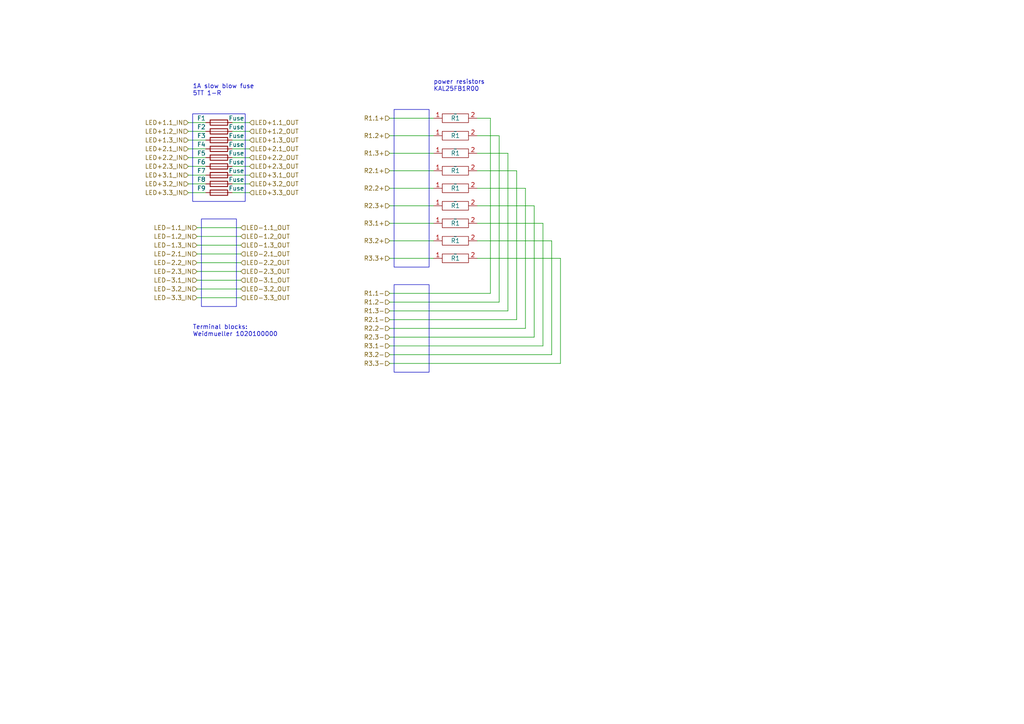
<source format=kicad_sch>
(kicad_sch (version 20230121) (generator eeschema)

  (uuid d73a5aa4-518f-4e36-896a-fc42f88fed77)

  (paper "A4")

  (title_block
    (title "LED Driver Box")
    (date "2023-07-19")
    (company "SBC")
    (comment 1 "Zhiheng Sheng")
  )

  (lib_symbols
    (symbol "Device:Fuse" (pin_numbers hide) (pin_names (offset 0)) (in_bom yes) (on_board yes)
      (property "Reference" "F" (at 2.032 0 90)
        (effects (font (size 1.27 1.27)))
      )
      (property "Value" "Fuse" (at -1.905 0 90)
        (effects (font (size 1.27 1.27)))
      )
      (property "Footprint" "" (at -1.778 0 90)
        (effects (font (size 1.27 1.27)) hide)
      )
      (property "Datasheet" "~" (at 0 0 0)
        (effects (font (size 1.27 1.27)) hide)
      )
      (property "ki_keywords" "fuse" (at 0 0 0)
        (effects (font (size 1.27 1.27)) hide)
      )
      (property "ki_description" "Fuse" (at 0 0 0)
        (effects (font (size 1.27 1.27)) hide)
      )
      (property "ki_fp_filters" "*Fuse*" (at 0 0 0)
        (effects (font (size 1.27 1.27)) hide)
      )
      (symbol "Fuse_0_1"
        (rectangle (start -0.762 -2.54) (end 0.762 2.54)
          (stroke (width 0.254) (type default))
          (fill (type none))
        )
        (polyline
          (pts
            (xy 0 2.54)
            (xy 0 -2.54)
          )
          (stroke (width 0) (type default))
          (fill (type none))
        )
      )
      (symbol "Fuse_1_1"
        (pin passive line (at 0 3.81 270) (length 1.27)
          (name "~" (effects (font (size 1.27 1.27))))
          (number "1" (effects (font (size 1.27 1.27))))
        )
        (pin passive line (at 0 -3.81 90) (length 1.27)
          (name "~" (effects (font (size 1.27 1.27))))
          (number "2" (effects (font (size 1.27 1.27))))
        )
      )
    )
    (symbol "led_driver:Sense_R" (in_bom yes) (on_board yes)
      (property "Reference" "R" (at 0 2.54 0)
        (effects (font (size 1.27 1.27)))
      )
      (property "Value" "" (at 0 1.27 0)
        (effects (font (size 1.27 1.27)))
      )
      (property "Footprint" "" (at 0 1.27 0)
        (effects (font (size 1.27 1.27)) hide)
      )
      (property "Datasheet" "" (at 0 1.27 0)
        (effects (font (size 1.27 1.27)) hide)
      )
      (symbol "Sense_R_0_1"
        (rectangle (start -3.81 1.27) (end 3.81 -1.27)
          (stroke (width 0) (type default))
          (fill (type none))
        )
      )
      (symbol "Sense_R_1_1"
        (pin passive line (at -6.35 0 0) (length 2.54)
          (name "" (effects (font (size 1.27 1.27))))
          (number "1" (effects (font (size 1.27 1.27))))
        )
        (pin passive line (at 6.35 0 180) (length 2.54)
          (name "" (effects (font (size 1.27 1.27))))
          (number "2" (effects (font (size 1.27 1.27))))
        )
      )
    )
  )


  (wire (pts (xy 67.31 45.72) (xy 72.39 45.72))
    (stroke (width 0) (type default))
    (uuid 001f3319-209f-4416-a6a8-bbf618fe48c7)
  )
  (wire (pts (xy 113.03 90.17) (xy 147.32 90.17))
    (stroke (width 0) (type default))
    (uuid 015b9bac-ec39-48f1-a727-aa4881cc9c83)
  )
  (wire (pts (xy 54.61 53.34) (xy 59.69 53.34))
    (stroke (width 0) (type default))
    (uuid 01a6931d-6bce-498c-a19d-bc4d077e2b63)
  )
  (wire (pts (xy 138.43 74.93) (xy 162.56 74.93))
    (stroke (width 0) (type default))
    (uuid 1166b837-64e3-41b3-ab53-47c209b668a3)
  )
  (wire (pts (xy 57.15 81.28) (xy 69.85 81.28))
    (stroke (width 0) (type default))
    (uuid 1be775b2-4725-4e10-b25c-86bcc8789f79)
  )
  (wire (pts (xy 54.61 48.26) (xy 59.69 48.26))
    (stroke (width 0) (type default))
    (uuid 1dff12be-15d0-4c27-8543-0b2ad32a0153)
  )
  (wire (pts (xy 113.03 64.77) (xy 125.73 64.77))
    (stroke (width 0) (type default))
    (uuid 207a7adc-92ae-4720-9be5-5f153df1ddae)
  )
  (wire (pts (xy 144.78 39.37) (xy 144.78 87.63))
    (stroke (width 0) (type default))
    (uuid 24f628ee-cdcc-4e50-ac9e-1115d60b5f12)
  )
  (wire (pts (xy 57.15 73.66) (xy 69.85 73.66))
    (stroke (width 0) (type default))
    (uuid 2727868f-272d-4596-866e-9d24cd32a067)
  )
  (wire (pts (xy 113.03 54.61) (xy 125.73 54.61))
    (stroke (width 0) (type default))
    (uuid 2e3ecf87-a5a0-45a4-b506-adc9ab5792c8)
  )
  (wire (pts (xy 113.03 39.37) (xy 125.73 39.37))
    (stroke (width 0) (type default))
    (uuid 307568be-2181-49a5-b6de-6e713ae95cb8)
  )
  (wire (pts (xy 113.03 100.33) (xy 157.48 100.33))
    (stroke (width 0) (type default))
    (uuid 31dcb251-7b3b-437c-8189-33bbfaf3fc33)
  )
  (wire (pts (xy 157.48 64.77) (xy 157.48 100.33))
    (stroke (width 0) (type default))
    (uuid 3685e2f7-bb04-49d2-9e42-dd8ab448c0e5)
  )
  (wire (pts (xy 57.15 66.04) (xy 69.85 66.04))
    (stroke (width 0) (type default))
    (uuid 37b65b5e-b031-4569-b1bc-aeaa45faf3bf)
  )
  (wire (pts (xy 67.31 35.56) (xy 72.39 35.56))
    (stroke (width 0) (type default))
    (uuid 3d8ef3c0-9198-4d8f-917b-2d99370a28c9)
  )
  (wire (pts (xy 67.31 38.1) (xy 72.39 38.1))
    (stroke (width 0) (type default))
    (uuid 4354df81-7254-435e-b42a-aef8617daea8)
  )
  (wire (pts (xy 113.03 85.09) (xy 142.24 85.09))
    (stroke (width 0) (type default))
    (uuid 43882c50-7b15-4837-9c51-1128174322ab)
  )
  (wire (pts (xy 138.43 39.37) (xy 144.78 39.37))
    (stroke (width 0) (type default))
    (uuid 4b5b1727-5b8a-4d47-b4f4-6f4429ff8a0a)
  )
  (wire (pts (xy 149.86 92.71) (xy 113.03 92.71))
    (stroke (width 0) (type default))
    (uuid 4cd1e62d-3c9c-420b-97c7-b7d4ec97c475)
  )
  (wire (pts (xy 67.31 50.8) (xy 72.39 50.8))
    (stroke (width 0) (type default))
    (uuid 5439b0d8-1631-4c41-956f-36d203d0ad6b)
  )
  (wire (pts (xy 54.61 55.88) (xy 59.69 55.88))
    (stroke (width 0) (type default))
    (uuid 54a17370-93f8-44af-bbb3-7fbe8823c778)
  )
  (wire (pts (xy 138.43 49.53) (xy 149.86 49.53))
    (stroke (width 0) (type default))
    (uuid 5d42dc3e-fdd6-454d-999a-26a77c4fab16)
  )
  (wire (pts (xy 113.03 95.25) (xy 152.4 95.25))
    (stroke (width 0) (type default))
    (uuid 5e6bcb10-5acd-4fc8-ada2-48b8eaad2ff0)
  )
  (wire (pts (xy 152.4 54.61) (xy 152.4 95.25))
    (stroke (width 0) (type default))
    (uuid 62acf291-7746-40cf-a459-c49c10948350)
  )
  (wire (pts (xy 57.15 86.36) (xy 69.85 86.36))
    (stroke (width 0) (type default))
    (uuid 6519b811-8fcc-4276-af03-d0db917ace3c)
  )
  (wire (pts (xy 154.94 59.69) (xy 154.94 97.79))
    (stroke (width 0) (type default))
    (uuid 69afd7ec-bdc1-4024-8708-7babe4deca52)
  )
  (wire (pts (xy 138.43 44.45) (xy 147.32 44.45))
    (stroke (width 0) (type default))
    (uuid 6b9ba9f7-2ea0-43ad-b40b-836a08239e03)
  )
  (wire (pts (xy 54.61 40.64) (xy 59.69 40.64))
    (stroke (width 0) (type default))
    (uuid 74e5728a-44ae-4db1-bf17-7c2385788080)
  )
  (wire (pts (xy 154.94 97.79) (xy 113.03 97.79))
    (stroke (width 0) (type default))
    (uuid 77dd2376-8282-455b-bb21-06a2b88c1795)
  )
  (wire (pts (xy 57.15 83.82) (xy 69.85 83.82))
    (stroke (width 0) (type default))
    (uuid 78f902c3-224f-4b36-8fd9-dad296480171)
  )
  (wire (pts (xy 138.43 54.61) (xy 152.4 54.61))
    (stroke (width 0) (type default))
    (uuid 797afd16-928b-4b32-bc52-3fee80cf76f4)
  )
  (wire (pts (xy 113.03 59.69) (xy 125.73 59.69))
    (stroke (width 0) (type default))
    (uuid 7cd692df-8c5c-4871-b362-f8e1519e2b8b)
  )
  (wire (pts (xy 113.03 34.29) (xy 125.73 34.29))
    (stroke (width 0) (type default))
    (uuid 7d6ce984-9e1b-4414-ab51-a9c7b1f9cd34)
  )
  (wire (pts (xy 67.31 40.64) (xy 72.39 40.64))
    (stroke (width 0) (type default))
    (uuid 7e533cdf-81ee-4a52-8cd7-25d7a14ac518)
  )
  (wire (pts (xy 113.03 105.41) (xy 162.56 105.41))
    (stroke (width 0) (type default))
    (uuid 811f9336-8751-4324-8d53-0808c2a22b1b)
  )
  (wire (pts (xy 54.61 45.72) (xy 59.69 45.72))
    (stroke (width 0) (type default))
    (uuid 8552a0f3-1545-4cd4-9547-df4d0731529a)
  )
  (wire (pts (xy 57.15 76.2) (xy 69.85 76.2))
    (stroke (width 0) (type default))
    (uuid 89e679bc-c9b3-4188-b2e6-01daf279ae65)
  )
  (wire (pts (xy 138.43 59.69) (xy 154.94 59.69))
    (stroke (width 0) (type default))
    (uuid 901472e0-5aef-4bcf-8b3c-7c4aa88ba44b)
  )
  (wire (pts (xy 160.02 69.85) (xy 160.02 102.87))
    (stroke (width 0) (type default))
    (uuid 90f2ec34-412f-415d-bc4c-f30966a0fa58)
  )
  (wire (pts (xy 57.15 71.12) (xy 69.85 71.12))
    (stroke (width 0) (type default))
    (uuid 98baf7af-1b7e-457a-8caa-0b638e36059d)
  )
  (wire (pts (xy 113.03 49.53) (xy 125.73 49.53))
    (stroke (width 0) (type default))
    (uuid 9937af15-d292-45b9-b9fd-d48697f8d565)
  )
  (wire (pts (xy 67.31 55.88) (xy 72.39 55.88))
    (stroke (width 0) (type default))
    (uuid 99dee98c-e245-4606-99ed-c6a133362a03)
  )
  (wire (pts (xy 67.31 48.26) (xy 72.39 48.26))
    (stroke (width 0) (type default))
    (uuid 9a707d45-9c2d-4e8c-952c-0d57f7636273)
  )
  (wire (pts (xy 113.03 102.87) (xy 160.02 102.87))
    (stroke (width 0) (type default))
    (uuid 9c6c014c-a2d7-45ac-9099-6112a0d60ace)
  )
  (wire (pts (xy 57.15 68.58) (xy 69.85 68.58))
    (stroke (width 0) (type default))
    (uuid 9cf37be6-e878-4c29-a0a1-0f81cbc28371)
  )
  (wire (pts (xy 113.03 44.45) (xy 125.73 44.45))
    (stroke (width 0) (type default))
    (uuid a0541285-5c4c-4792-824b-799ac533acce)
  )
  (wire (pts (xy 113.03 74.93) (xy 125.73 74.93))
    (stroke (width 0) (type default))
    (uuid a47dfda2-f2cd-40c3-825e-58cd1570fb4c)
  )
  (wire (pts (xy 54.61 38.1) (xy 59.69 38.1))
    (stroke (width 0) (type default))
    (uuid a6283509-e205-426c-aa53-170590be34e2)
  )
  (wire (pts (xy 138.43 34.29) (xy 142.24 34.29))
    (stroke (width 0) (type default))
    (uuid a7151633-e776-4677-b3ac-eafc0590bb50)
  )
  (wire (pts (xy 57.15 78.74) (xy 69.85 78.74))
    (stroke (width 0) (type default))
    (uuid add0d6bd-d5fa-4761-8714-728694b7da63)
  )
  (wire (pts (xy 54.61 35.56) (xy 59.69 35.56))
    (stroke (width 0) (type default))
    (uuid c54f75c4-f481-487c-9c8d-c35972781778)
  )
  (wire (pts (xy 67.31 43.18) (xy 72.39 43.18))
    (stroke (width 0) (type default))
    (uuid c7c72bb1-d3c5-4a3a-a9c0-7784c2abe64a)
  )
  (wire (pts (xy 67.31 53.34) (xy 72.39 53.34))
    (stroke (width 0) (type default))
    (uuid d1ca3382-adbe-4520-b8d5-9ecb963fa87c)
  )
  (wire (pts (xy 138.43 69.85) (xy 160.02 69.85))
    (stroke (width 0) (type default))
    (uuid d2050f39-ed75-47aa-877e-05828ce81e6b)
  )
  (wire (pts (xy 54.61 50.8) (xy 59.69 50.8))
    (stroke (width 0) (type default))
    (uuid ddf714e1-e9e3-43db-b3e4-0be7f4e37661)
  )
  (wire (pts (xy 149.86 49.53) (xy 149.86 92.71))
    (stroke (width 0) (type default))
    (uuid e32fc293-b154-48e5-a042-a48ceafbd6ad)
  )
  (wire (pts (xy 162.56 74.93) (xy 162.56 105.41))
    (stroke (width 0) (type default))
    (uuid e48b880b-61d7-43fa-b1fc-8593c1c9a29b)
  )
  (wire (pts (xy 144.78 87.63) (xy 113.03 87.63))
    (stroke (width 0) (type default))
    (uuid e6ee7238-454f-4c44-a717-007877cf093f)
  )
  (wire (pts (xy 138.43 64.77) (xy 157.48 64.77))
    (stroke (width 0) (type default))
    (uuid ea04005a-62b1-49a7-a3be-30020f9b3d40)
  )
  (wire (pts (xy 142.24 34.29) (xy 142.24 85.09))
    (stroke (width 0) (type default))
    (uuid f3c60c8c-9feb-4877-a65c-3fbc673fbb0f)
  )
  (wire (pts (xy 113.03 69.85) (xy 125.73 69.85))
    (stroke (width 0) (type default))
    (uuid f9e21827-886f-48a9-8c93-528da9068669)
  )
  (wire (pts (xy 54.61 43.18) (xy 59.69 43.18))
    (stroke (width 0) (type default))
    (uuid fa1636fa-3f2f-486d-ac6a-21849584ba49)
  )
  (wire (pts (xy 147.32 44.45) (xy 147.32 90.17))
    (stroke (width 0) (type default))
    (uuid fa28ccef-25e1-46e3-83c7-be9b57e8e3cb)
  )

  (rectangle (start 55.88 33.02) (end 71.12 58.42)
    (stroke (width 0) (type default))
    (fill (type none))
    (uuid 14dffa44-9e40-4941-bd54-8d46a009c41d)
  )
  (rectangle (start 58.42 63.5) (end 68.58 88.9)
    (stroke (width 0) (type default))
    (fill (type none))
    (uuid 443e986c-630d-45a0-9da8-191942a05253)
  )
  (rectangle (start 114.3 31.75) (end 124.46 77.47)
    (stroke (width 0) (type default))
    (fill (type none))
    (uuid 85c5c6de-b3a9-437b-ad1d-dd4f88119bd9)
  )
  (rectangle (start 114.3 82.55) (end 124.46 107.95)
    (stroke (width 0) (type default))
    (fill (type none))
    (uuid ea5485e8-ddbd-476a-99c0-e2c469099533)
  )

  (text "power resistors\nKAL25FB1R00" (at 125.73 26.67 0)
    (effects (font (size 1.27 1.27)) (justify left bottom))
    (uuid 19d353b0-97e9-4d0e-9796-fc0daf59af6e)
  )
  (text "1A slow blow fuse\n5TT 1-R" (at 55.88 27.94 0)
    (effects (font (size 1.27 1.27)) (justify left bottom))
    (uuid b6c5af2f-9eff-4c34-8791-472aed418630)
  )
  (text "Terminal blocks:\nWeidmueller 1020100000" (at 55.88 97.79 0)
    (effects (font (size 1.27 1.27)) (justify left bottom))
    (uuid fd47c7c7-aacd-421e-bb41-6f3ed3e6adb0)
  )

  (hierarchical_label "LED-2.3_IN" (shape input) (at 57.15 78.74 180) (fields_autoplaced)
    (effects (font (size 1.27 1.27)) (justify right))
    (uuid 007d914e-fd9c-4aac-8793-3a68e306f221)
  )
  (hierarchical_label "LED+3.2_IN" (shape input) (at 54.61 53.34 180) (fields_autoplaced)
    (effects (font (size 1.27 1.27)) (justify right))
    (uuid 0536a8ea-0d5a-4dc0-93e4-5a437f295a75)
  )
  (hierarchical_label "R2.3-" (shape input) (at 113.03 97.79 180) (fields_autoplaced)
    (effects (font (size 1.27 1.27)) (justify right))
    (uuid 05609cc6-0c15-40d9-aae9-b278ca5a6c96)
  )
  (hierarchical_label "LED-1.1_OUT" (shape input) (at 69.85 66.04 0) (fields_autoplaced)
    (effects (font (size 1.27 1.27)) (justify left))
    (uuid 0680f678-99e9-48d6-a9fd-e6a45cc2556f)
  )
  (hierarchical_label "LED-2.1_OUT" (shape input) (at 69.85 73.66 0) (fields_autoplaced)
    (effects (font (size 1.27 1.27)) (justify left))
    (uuid 07563e4c-105f-4eb9-9a63-43d842272dbd)
  )
  (hierarchical_label "R3.2+" (shape input) (at 113.03 69.85 180) (fields_autoplaced)
    (effects (font (size 1.27 1.27)) (justify right))
    (uuid 0790810e-51da-4a90-9ffd-1aa9ac5fe6c9)
  )
  (hierarchical_label "LED+3.1_OUT" (shape input) (at 72.39 50.8 0) (fields_autoplaced)
    (effects (font (size 1.27 1.27)) (justify left))
    (uuid 0ddc43d6-2e4b-4978-a879-b51d33220e2d)
  )
  (hierarchical_label "LED-3.3_IN" (shape input) (at 57.15 86.36 180) (fields_autoplaced)
    (effects (font (size 1.27 1.27)) (justify right))
    (uuid 127811ba-f9d9-4236-a433-390518a36968)
  )
  (hierarchical_label "R2.2-" (shape input) (at 113.03 95.25 180) (fields_autoplaced)
    (effects (font (size 1.27 1.27)) (justify right))
    (uuid 189d1719-4e73-4d70-8ab2-aceaeeb9cebd)
  )
  (hierarchical_label "R2.2+" (shape input) (at 113.03 54.61 180) (fields_autoplaced)
    (effects (font (size 1.27 1.27)) (justify right))
    (uuid 1af846ec-fec3-4bba-a0fb-4eaa2b2f5135)
  )
  (hierarchical_label "LED-3.3_OUT" (shape input) (at 69.85 86.36 0) (fields_autoplaced)
    (effects (font (size 1.27 1.27)) (justify left))
    (uuid 25afb780-84fa-426c-bdda-355cf35744f4)
  )
  (hierarchical_label "LED+2.1_OUT" (shape input) (at 72.39 43.18 0) (fields_autoplaced)
    (effects (font (size 1.27 1.27)) (justify left))
    (uuid 2cc8f4c6-d5a5-4f5d-86c7-98aa5d5da67f)
  )
  (hierarchical_label "LED-3.1_IN" (shape input) (at 57.15 81.28 180) (fields_autoplaced)
    (effects (font (size 1.27 1.27)) (justify right))
    (uuid 2ddb5124-6bf1-4df6-a354-e8256a42fbb4)
  )
  (hierarchical_label "R1.2-" (shape input) (at 113.03 87.63 180) (fields_autoplaced)
    (effects (font (size 1.27 1.27)) (justify right))
    (uuid 2feee745-db09-4355-9ed1-a84fc31a575a)
  )
  (hierarchical_label "LED+2.2_OUT" (shape input) (at 72.39 45.72 0) (fields_autoplaced)
    (effects (font (size 1.27 1.27)) (justify left))
    (uuid 37a19b18-ed73-429e-8e15-f775e79e593d)
  )
  (hierarchical_label "LED+2.1_IN" (shape input) (at 54.61 43.18 180) (fields_autoplaced)
    (effects (font (size 1.27 1.27)) (justify right))
    (uuid 389aff0a-e607-40d6-b8d4-060e6b2c129f)
  )
  (hierarchical_label "R1.3+" (shape input) (at 113.03 44.45 180) (fields_autoplaced)
    (effects (font (size 1.27 1.27)) (justify right))
    (uuid 3db5fd10-1099-4039-86c2-82948b02f843)
  )
  (hierarchical_label "LED+2.3_IN" (shape input) (at 54.61 48.26 180) (fields_autoplaced)
    (effects (font (size 1.27 1.27)) (justify right))
    (uuid 47b62566-8bce-4a51-ab6d-9002cdda7548)
  )
  (hierarchical_label "R3.3-" (shape input) (at 113.03 105.41 180) (fields_autoplaced)
    (effects (font (size 1.27 1.27)) (justify right))
    (uuid 4ad6d960-01e5-4295-b243-283d05d71e18)
  )
  (hierarchical_label "R1.3-" (shape input) (at 113.03 90.17 180) (fields_autoplaced)
    (effects (font (size 1.27 1.27)) (justify right))
    (uuid 51861cae-1a34-4b36-aae5-fa376a074335)
  )
  (hierarchical_label "R1.1+" (shape input) (at 113.03 34.29 180) (fields_autoplaced)
    (effects (font (size 1.27 1.27)) (justify right))
    (uuid 5831e26b-5d47-4aa7-b6d3-190f432b8397)
  )
  (hierarchical_label "LED-1.2_OUT" (shape input) (at 69.85 68.58 0) (fields_autoplaced)
    (effects (font (size 1.27 1.27)) (justify left))
    (uuid 59e268a2-1598-40af-a62e-23c926ec5add)
  )
  (hierarchical_label "LED-1.3_OUT" (shape input) (at 69.85 71.12 0) (fields_autoplaced)
    (effects (font (size 1.27 1.27)) (justify left))
    (uuid 5ba9e2de-d5e1-4f91-bcd3-e9f82f9f94c2)
  )
  (hierarchical_label "LED+1.2_OUT" (shape input) (at 72.39 38.1 0) (fields_autoplaced)
    (effects (font (size 1.27 1.27)) (justify left))
    (uuid 6189007c-de61-471b-bcfe-2e55e9515c15)
  )
  (hierarchical_label "R3.2-" (shape input) (at 113.03 102.87 180) (fields_autoplaced)
    (effects (font (size 1.27 1.27)) (justify right))
    (uuid 61ca764d-b05b-4e78-9f4b-c903c8481ad9)
  )
  (hierarchical_label "LED+3.1_IN" (shape input) (at 54.61 50.8 180) (fields_autoplaced)
    (effects (font (size 1.27 1.27)) (justify right))
    (uuid 61f23d9b-9b86-4399-a95a-113e4c00f245)
  )
  (hierarchical_label "LED-2.2_OUT" (shape input) (at 69.85 76.2 0) (fields_autoplaced)
    (effects (font (size 1.27 1.27)) (justify left))
    (uuid 6ef26d07-a154-49ab-a9d1-47b0add1110d)
  )
  (hierarchical_label "LED-3.2_IN" (shape input) (at 57.15 83.82 180) (fields_autoplaced)
    (effects (font (size 1.27 1.27)) (justify right))
    (uuid 74b87aee-99f5-4f83-8703-61ce20eea76a)
  )
  (hierarchical_label "LED-1.2_IN" (shape input) (at 57.15 68.58 180) (fields_autoplaced)
    (effects (font (size 1.27 1.27)) (justify right))
    (uuid 7853509a-4569-470d-ba9f-acb19e4b4719)
  )
  (hierarchical_label "LED+1.3_OUT" (shape input) (at 72.39 40.64 0) (fields_autoplaced)
    (effects (font (size 1.27 1.27)) (justify left))
    (uuid 7e8ae5eb-39df-4494-8f70-e81fda9eb3cc)
  )
  (hierarchical_label "LED+1.3_IN" (shape input) (at 54.61 40.64 180) (fields_autoplaced)
    (effects (font (size 1.27 1.27)) (justify right))
    (uuid 7f8ddbbf-d256-4333-8093-b1a7aedf0401)
  )
  (hierarchical_label "LED+2.3_OUT" (shape input) (at 72.39 48.26 0) (fields_autoplaced)
    (effects (font (size 1.27 1.27)) (justify left))
    (uuid 8465a1ba-3bc8-48ec-9c71-755f8f27f32f)
  )
  (hierarchical_label "R3.1+" (shape input) (at 113.03 64.77 180) (fields_autoplaced)
    (effects (font (size 1.27 1.27)) (justify right))
    (uuid 8ab9c88c-8b6e-405b-91fb-8dd09dcdeb89)
  )
  (hierarchical_label "LED-2.1_IN" (shape input) (at 57.15 73.66 180) (fields_autoplaced)
    (effects (font (size 1.27 1.27)) (justify right))
    (uuid 8af2ec96-b107-4808-9010-9f8bb2721742)
  )
  (hierarchical_label "R2.1-" (shape input) (at 113.03 92.71 180) (fields_autoplaced)
    (effects (font (size 1.27 1.27)) (justify right))
    (uuid 8df44494-d19b-4a65-a053-ffc1cc3f1786)
  )
  (hierarchical_label "R3.1-" (shape input) (at 113.03 100.33 180) (fields_autoplaced)
    (effects (font (size 1.27 1.27)) (justify right))
    (uuid 8f228775-fb57-4e08-9177-5813e92a1bf7)
  )
  (hierarchical_label "LED+1.1_OUT" (shape input) (at 72.39 35.56 0) (fields_autoplaced)
    (effects (font (size 1.27 1.27)) (justify left))
    (uuid 9898b307-60b1-461d-86ff-8469712673b0)
  )
  (hierarchical_label "R1.1-" (shape input) (at 113.03 85.09 180) (fields_autoplaced)
    (effects (font (size 1.27 1.27)) (justify right))
    (uuid 98a3b986-47ea-4568-add9-7dd3e55635a9)
  )
  (hierarchical_label "LED-2.3_OUT" (shape input) (at 69.85 78.74 0) (fields_autoplaced)
    (effects (font (size 1.27 1.27)) (justify left))
    (uuid 99556d0f-fc08-46c4-ace7-b531ec5113ed)
  )
  (hierarchical_label "LED+3.3_IN" (shape input) (at 54.61 55.88 180) (fields_autoplaced)
    (effects (font (size 1.27 1.27)) (justify right))
    (uuid 9a9e2445-298f-41aa-b030-b5000240ad79)
  )
  (hierarchical_label "LED-3.2_OUT" (shape input) (at 69.85 83.82 0) (fields_autoplaced)
    (effects (font (size 1.27 1.27)) (justify left))
    (uuid a312cc5b-f15e-4a70-8656-ad40b2748928)
  )
  (hierarchical_label "LED-2.2_IN" (shape input) (at 57.15 76.2 180) (fields_autoplaced)
    (effects (font (size 1.27 1.27)) (justify right))
    (uuid a65e3b56-5da5-4973-8fb2-95d5b475fcc4)
  )
  (hierarchical_label "LED-1.3_IN" (shape input) (at 57.15 71.12 180) (fields_autoplaced)
    (effects (font (size 1.27 1.27)) (justify right))
    (uuid a8cbd54e-8ecb-49c5-b6fb-1690578dd720)
  )
  (hierarchical_label "LED+1.2_IN" (shape input) (at 54.61 38.1 180) (fields_autoplaced)
    (effects (font (size 1.27 1.27)) (justify right))
    (uuid acd2e5fd-d4a2-4804-b232-e0e8a0d7af2e)
  )
  (hierarchical_label "R3.3+" (shape input) (at 113.03 74.93 180) (fields_autoplaced)
    (effects (font (size 1.27 1.27)) (justify right))
    (uuid b20b786b-b300-4c6e-a325-6cc3b5ad63cd)
  )
  (hierarchical_label "LED-3.1_OUT" (shape input) (at 69.85 81.28 0) (fields_autoplaced)
    (effects (font (size 1.27 1.27)) (justify left))
    (uuid b8d57cd8-f2ba-4b1c-bcc9-366a57242868)
  )
  (hierarchical_label "LED+3.3_OUT" (shape input) (at 72.39 55.88 0) (fields_autoplaced)
    (effects (font (size 1.27 1.27)) (justify left))
    (uuid c6baebb1-d625-493e-acc3-41e5bca3d77b)
  )
  (hierarchical_label "R2.3+" (shape input) (at 113.03 59.69 180) (fields_autoplaced)
    (effects (font (size 1.27 1.27)) (justify right))
    (uuid d375048a-e92f-43f6-8e8e-ac31e25178e9)
  )
  (hierarchical_label "R1.2+" (shape input) (at 113.03 39.37 180) (fields_autoplaced)
    (effects (font (size 1.27 1.27)) (justify right))
    (uuid d67ebb54-1299-4936-af96-4aa5717f3655)
  )
  (hierarchical_label "LED+1.1_IN" (shape input) (at 54.61 35.56 180) (fields_autoplaced)
    (effects (font (size 1.27 1.27)) (justify right))
    (uuid dbba45eb-1c26-444a-b87b-1ece183903a6)
  )
  (hierarchical_label "LED+2.2_IN" (shape input) (at 54.61 45.72 180) (fields_autoplaced)
    (effects (font (size 1.27 1.27)) (justify right))
    (uuid e2921277-abc9-49ee-9054-2ede45096576)
  )
  (hierarchical_label "LED-1.1_IN" (shape input) (at 57.15 66.04 180) (fields_autoplaced)
    (effects (font (size 1.27 1.27)) (justify right))
    (uuid f0113002-b480-4961-bc01-6b24102ba198)
  )
  (hierarchical_label "R2.1+" (shape input) (at 113.03 49.53 180) (fields_autoplaced)
    (effects (font (size 1.27 1.27)) (justify right))
    (uuid f34f371d-3593-4d6f-963e-372c0265d4e1)
  )
  (hierarchical_label "LED+3.2_OUT" (shape input) (at 72.39 53.34 0) (fields_autoplaced)
    (effects (font (size 1.27 1.27)) (justify left))
    (uuid faa5d42b-8c3f-49f7-83da-699925d4aea8)
  )

  (symbol (lib_id "led_driver:Sense_R") (at 132.08 34.29 0) (unit 1)
    (in_bom yes) (on_board yes) (dnp no)
    (uuid 0f1a1c70-3051-471d-a224-d5e236d6a0bf)
    (property "Reference" "R1" (at 132.08 34.29 0)
      (effects (font (size 1.27 1.27)))
    )
    (property "Value" "~" (at 132.08 33.02 0)
      (effects (font (size 1.27 1.27)))
    )
    (property "Footprint" "" (at 132.08 33.02 0)
      (effects (font (size 1.27 1.27)) hide)
    )
    (property "Datasheet" "" (at 132.08 33.02 0)
      (effects (font (size 1.27 1.27)) hide)
    )
    (pin "1" (uuid 1a8b7970-a89e-40f5-a627-1a55b0edfbcf))
    (pin "2" (uuid d9916b3d-0ccb-4e62-ae9f-35f8e12db15f))
    (instances
      (project "led_driver_box"
        (path "/33b0be37-4aa5-415a-8914-5441d29c7862"
          (reference "R1") (unit 1)
        )
        (path "/33b0be37-4aa5-415a-8914-5441d29c7862/9387f123-e31c-422e-82a6-fbe4cb7bcc0c"
          (reference "R55") (unit 1)
        )
      )
    )
  )

  (symbol (lib_id "led_driver:Sense_R") (at 132.08 44.45 0) (unit 1)
    (in_bom yes) (on_board yes) (dnp no)
    (uuid 2db758e4-f93a-46a0-9d8e-61deff96ca62)
    (property "Reference" "R1" (at 132.08 44.45 0)
      (effects (font (size 1.27 1.27)))
    )
    (property "Value" "~" (at 132.08 43.18 0)
      (effects (font (size 1.27 1.27)))
    )
    (property "Footprint" "" (at 132.08 43.18 0)
      (effects (font (size 1.27 1.27)) hide)
    )
    (property "Datasheet" "" (at 132.08 43.18 0)
      (effects (font (size 1.27 1.27)) hide)
    )
    (pin "1" (uuid ae43f494-c1af-465a-956c-2b15487331b4))
    (pin "2" (uuid c949aae1-2177-477a-9b0c-6def22231659))
    (instances
      (project "led_driver_box"
        (path "/33b0be37-4aa5-415a-8914-5441d29c7862"
          (reference "R1") (unit 1)
        )
        (path "/33b0be37-4aa5-415a-8914-5441d29c7862/9387f123-e31c-422e-82a6-fbe4cb7bcc0c"
          (reference "R57") (unit 1)
        )
      )
    )
  )

  (symbol (lib_id "led_driver:Sense_R") (at 132.08 64.77 0) (unit 1)
    (in_bom yes) (on_board yes) (dnp no)
    (uuid 3054da4f-d09a-430b-88bb-67679b666def)
    (property "Reference" "R1" (at 132.08 64.77 0)
      (effects (font (size 1.27 1.27)))
    )
    (property "Value" "~" (at 132.08 63.5 0)
      (effects (font (size 1.27 1.27)))
    )
    (property "Footprint" "" (at 132.08 63.5 0)
      (effects (font (size 1.27 1.27)) hide)
    )
    (property "Datasheet" "" (at 132.08 63.5 0)
      (effects (font (size 1.27 1.27)) hide)
    )
    (pin "1" (uuid b5a369d8-75c2-42dc-a66f-be04ca60b51f))
    (pin "2" (uuid ab68fc1e-cff2-4ef9-878f-26420832ad45))
    (instances
      (project "led_driver_box"
        (path "/33b0be37-4aa5-415a-8914-5441d29c7862"
          (reference "R1") (unit 1)
        )
        (path "/33b0be37-4aa5-415a-8914-5441d29c7862/9387f123-e31c-422e-82a6-fbe4cb7bcc0c"
          (reference "R61") (unit 1)
        )
      )
    )
  )

  (symbol (lib_id "led_driver:Sense_R") (at 132.08 49.53 0) (unit 1)
    (in_bom yes) (on_board yes) (dnp no)
    (uuid 31c4d4dc-edf8-4aa4-abe0-1af2b44762f2)
    (property "Reference" "R1" (at 132.08 49.53 0)
      (effects (font (size 1.27 1.27)))
    )
    (property "Value" "~" (at 132.08 48.26 0)
      (effects (font (size 1.27 1.27)))
    )
    (property "Footprint" "" (at 132.08 48.26 0)
      (effects (font (size 1.27 1.27)) hide)
    )
    (property "Datasheet" "" (at 132.08 48.26 0)
      (effects (font (size 1.27 1.27)) hide)
    )
    (pin "1" (uuid 37aa9474-788d-44e3-8c20-b3910ac71505))
    (pin "2" (uuid 7019b3f7-e910-402b-9bab-501d93bb1726))
    (instances
      (project "led_driver_box"
        (path "/33b0be37-4aa5-415a-8914-5441d29c7862"
          (reference "R1") (unit 1)
        )
        (path "/33b0be37-4aa5-415a-8914-5441d29c7862/9387f123-e31c-422e-82a6-fbe4cb7bcc0c"
          (reference "R58") (unit 1)
        )
      )
    )
  )

  (symbol (lib_id "Device:Fuse") (at 63.5 38.1 90) (unit 1)
    (in_bom yes) (on_board yes) (dnp no)
    (uuid 34163155-7cd0-40ef-83c8-d4374a0c7d8b)
    (property "Reference" "F2" (at 58.42 36.83 90)
      (effects (font (size 1.27 1.27)))
    )
    (property "Value" "Fuse" (at 68.58 36.83 90)
      (effects (font (size 1.27 1.27)))
    )
    (property "Footprint" "" (at 63.5 39.878 90)
      (effects (font (size 1.27 1.27)) hide)
    )
    (property "Datasheet" "~" (at 63.5 38.1 0)
      (effects (font (size 1.27 1.27)) hide)
    )
    (pin "1" (uuid 492cc605-f253-4ad5-ab40-83b5ccc8cc7e))
    (pin "2" (uuid c6614a85-65f0-451f-b6fa-6a2069485253))
    (instances
      (project "led_driver_box"
        (path "/33b0be37-4aa5-415a-8914-5441d29c7862/9387f123-e31c-422e-82a6-fbe4cb7bcc0c"
          (reference "F2") (unit 1)
        )
      )
    )
  )

  (symbol (lib_id "Device:Fuse") (at 63.5 45.72 90) (unit 1)
    (in_bom yes) (on_board yes) (dnp no)
    (uuid 4527f8cb-586f-4fea-93b4-1bcfa0973f22)
    (property "Reference" "F5" (at 58.42 44.45 90)
      (effects (font (size 1.27 1.27)))
    )
    (property "Value" "Fuse" (at 68.58 44.45 90)
      (effects (font (size 1.27 1.27)))
    )
    (property "Footprint" "" (at 63.5 47.498 90)
      (effects (font (size 1.27 1.27)) hide)
    )
    (property "Datasheet" "~" (at 63.5 45.72 0)
      (effects (font (size 1.27 1.27)) hide)
    )
    (pin "1" (uuid 0e1ba4d4-67d5-4252-b968-743d18e2c5b8))
    (pin "2" (uuid 282d1466-f920-452e-a94f-aa9d5371cc57))
    (instances
      (project "led_driver_box"
        (path "/33b0be37-4aa5-415a-8914-5441d29c7862/9387f123-e31c-422e-82a6-fbe4cb7bcc0c"
          (reference "F5") (unit 1)
        )
      )
    )
  )

  (symbol (lib_id "led_driver:Sense_R") (at 132.08 69.85 0) (unit 1)
    (in_bom yes) (on_board yes) (dnp no)
    (uuid 6546956e-e74f-4b5a-97f5-da051b37a046)
    (property "Reference" "R1" (at 132.08 69.85 0)
      (effects (font (size 1.27 1.27)))
    )
    (property "Value" "~" (at 132.08 68.58 0)
      (effects (font (size 1.27 1.27)))
    )
    (property "Footprint" "" (at 132.08 68.58 0)
      (effects (font (size 1.27 1.27)) hide)
    )
    (property "Datasheet" "" (at 132.08 68.58 0)
      (effects (font (size 1.27 1.27)) hide)
    )
    (pin "1" (uuid eccde14c-483e-4a6b-a5d3-d4fdf65f18a4))
    (pin "2" (uuid 113e67f0-b707-4a5b-a791-04e77294671c))
    (instances
      (project "led_driver_box"
        (path "/33b0be37-4aa5-415a-8914-5441d29c7862"
          (reference "R1") (unit 1)
        )
        (path "/33b0be37-4aa5-415a-8914-5441d29c7862/9387f123-e31c-422e-82a6-fbe4cb7bcc0c"
          (reference "R62") (unit 1)
        )
      )
    )
  )

  (symbol (lib_id "led_driver:Sense_R") (at 132.08 54.61 0) (unit 1)
    (in_bom yes) (on_board yes) (dnp no)
    (uuid 70486a02-9935-415a-99ef-e177b5f5a0c2)
    (property "Reference" "R1" (at 132.08 54.61 0)
      (effects (font (size 1.27 1.27)))
    )
    (property "Value" "~" (at 132.08 53.34 0)
      (effects (font (size 1.27 1.27)))
    )
    (property "Footprint" "" (at 132.08 53.34 0)
      (effects (font (size 1.27 1.27)) hide)
    )
    (property "Datasheet" "" (at 132.08 53.34 0)
      (effects (font (size 1.27 1.27)) hide)
    )
    (pin "1" (uuid 9344a677-46b8-4429-b132-bcb2f4a411ff))
    (pin "2" (uuid e64e4f63-5076-495b-aa5c-d229c8e785c9))
    (instances
      (project "led_driver_box"
        (path "/33b0be37-4aa5-415a-8914-5441d29c7862"
          (reference "R1") (unit 1)
        )
        (path "/33b0be37-4aa5-415a-8914-5441d29c7862/9387f123-e31c-422e-82a6-fbe4cb7bcc0c"
          (reference "R59") (unit 1)
        )
      )
    )
  )

  (symbol (lib_id "Device:Fuse") (at 63.5 53.34 90) (unit 1)
    (in_bom yes) (on_board yes) (dnp no)
    (uuid 786d5c28-2e26-4ac6-9d52-2ab2614f7f60)
    (property "Reference" "F8" (at 58.42 52.07 90)
      (effects (font (size 1.27 1.27)))
    )
    (property "Value" "Fuse" (at 68.58 52.07 90)
      (effects (font (size 1.27 1.27)))
    )
    (property "Footprint" "" (at 63.5 55.118 90)
      (effects (font (size 1.27 1.27)) hide)
    )
    (property "Datasheet" "~" (at 63.5 53.34 0)
      (effects (font (size 1.27 1.27)) hide)
    )
    (pin "1" (uuid 272cc037-650b-4b22-ad5c-0243070fbed0))
    (pin "2" (uuid ed4c0dab-5f84-4c98-8b5e-bd81502f6133))
    (instances
      (project "led_driver_box"
        (path "/33b0be37-4aa5-415a-8914-5441d29c7862/9387f123-e31c-422e-82a6-fbe4cb7bcc0c"
          (reference "F8") (unit 1)
        )
      )
    )
  )

  (symbol (lib_id "led_driver:Sense_R") (at 132.08 74.93 0) (unit 1)
    (in_bom yes) (on_board yes) (dnp no)
    (uuid 827ba673-bdc8-4211-bfed-a553fbce71b0)
    (property "Reference" "R1" (at 132.08 74.93 0)
      (effects (font (size 1.27 1.27)))
    )
    (property "Value" "~" (at 132.08 73.66 0)
      (effects (font (size 1.27 1.27)))
    )
    (property "Footprint" "" (at 132.08 73.66 0)
      (effects (font (size 1.27 1.27)) hide)
    )
    (property "Datasheet" "" (at 132.08 73.66 0)
      (effects (font (size 1.27 1.27)) hide)
    )
    (pin "1" (uuid aa3bed72-58b9-464c-8c1b-1c8f1fa331c8))
    (pin "2" (uuid 8c31204c-e99e-4fcb-b4a4-be89330b6e65))
    (instances
      (project "led_driver_box"
        (path "/33b0be37-4aa5-415a-8914-5441d29c7862"
          (reference "R1") (unit 1)
        )
        (path "/33b0be37-4aa5-415a-8914-5441d29c7862/9387f123-e31c-422e-82a6-fbe4cb7bcc0c"
          (reference "R63") (unit 1)
        )
      )
    )
  )

  (symbol (lib_id "Device:Fuse") (at 63.5 48.26 90) (unit 1)
    (in_bom yes) (on_board yes) (dnp no)
    (uuid 82b88c37-01b2-4e4a-b739-b15d69d48402)
    (property "Reference" "F6" (at 58.42 46.99 90)
      (effects (font (size 1.27 1.27)))
    )
    (property "Value" "Fuse" (at 68.58 46.99 90)
      (effects (font (size 1.27 1.27)))
    )
    (property "Footprint" "" (at 63.5 50.038 90)
      (effects (font (size 1.27 1.27)) hide)
    )
    (property "Datasheet" "~" (at 63.5 48.26 0)
      (effects (font (size 1.27 1.27)) hide)
    )
    (pin "1" (uuid ae489133-1440-49b5-a460-fd45960a444b))
    (pin "2" (uuid 25106c46-2551-419d-908b-8fdec8fd7428))
    (instances
      (project "led_driver_box"
        (path "/33b0be37-4aa5-415a-8914-5441d29c7862/9387f123-e31c-422e-82a6-fbe4cb7bcc0c"
          (reference "F6") (unit 1)
        )
      )
    )
  )

  (symbol (lib_id "led_driver:Sense_R") (at 132.08 39.37 0) (unit 1)
    (in_bom yes) (on_board yes) (dnp no)
    (uuid d791848f-9386-4c0a-ad9e-0d7d622d81f4)
    (property "Reference" "R1" (at 132.08 39.37 0)
      (effects (font (size 1.27 1.27)))
    )
    (property "Value" "~" (at 132.08 38.1 0)
      (effects (font (size 1.27 1.27)))
    )
    (property "Footprint" "" (at 132.08 38.1 0)
      (effects (font (size 1.27 1.27)) hide)
    )
    (property "Datasheet" "" (at 132.08 38.1 0)
      (effects (font (size 1.27 1.27)) hide)
    )
    (pin "1" (uuid 52b91a20-d9d8-47ab-9ef0-ef7e27a46b08))
    (pin "2" (uuid 562dd0bf-e536-4724-b06a-812fa18ba760))
    (instances
      (project "led_driver_box"
        (path "/33b0be37-4aa5-415a-8914-5441d29c7862"
          (reference "R1") (unit 1)
        )
        (path "/33b0be37-4aa5-415a-8914-5441d29c7862/9387f123-e31c-422e-82a6-fbe4cb7bcc0c"
          (reference "R56") (unit 1)
        )
      )
    )
  )

  (symbol (lib_id "Device:Fuse") (at 63.5 40.64 90) (unit 1)
    (in_bom yes) (on_board yes) (dnp no)
    (uuid de14a2f7-8203-45e4-b6a0-4785b2525a90)
    (property "Reference" "F3" (at 58.42 39.37 90)
      (effects (font (size 1.27 1.27)))
    )
    (property "Value" "Fuse" (at 68.58 39.37 90)
      (effects (font (size 1.27 1.27)))
    )
    (property "Footprint" "" (at 63.5 42.418 90)
      (effects (font (size 1.27 1.27)) hide)
    )
    (property "Datasheet" "~" (at 63.5 40.64 0)
      (effects (font (size 1.27 1.27)) hide)
    )
    (pin "1" (uuid 1c98e1ed-87e6-43bc-bff5-8b6f2ec00f40))
    (pin "2" (uuid f750f592-e31b-4418-89bf-b9e09a87688b))
    (instances
      (project "led_driver_box"
        (path "/33b0be37-4aa5-415a-8914-5441d29c7862/9387f123-e31c-422e-82a6-fbe4cb7bcc0c"
          (reference "F3") (unit 1)
        )
      )
    )
  )

  (symbol (lib_id "Device:Fuse") (at 63.5 50.8 90) (unit 1)
    (in_bom yes) (on_board yes) (dnp no)
    (uuid e27fd1ab-b5ae-4b69-96fc-36961b359aee)
    (property "Reference" "F7" (at 58.42 49.53 90)
      (effects (font (size 1.27 1.27)))
    )
    (property "Value" "Fuse" (at 68.58 49.53 90)
      (effects (font (size 1.27 1.27)))
    )
    (property "Footprint" "" (at 63.5 52.578 90)
      (effects (font (size 1.27 1.27)) hide)
    )
    (property "Datasheet" "~" (at 63.5 50.8 0)
      (effects (font (size 1.27 1.27)) hide)
    )
    (pin "1" (uuid 68388787-3999-4012-8368-8939bbfe50cc))
    (pin "2" (uuid cabfa79e-1508-48c4-bc0f-bf609cb7c4ea))
    (instances
      (project "led_driver_box"
        (path "/33b0be37-4aa5-415a-8914-5441d29c7862/9387f123-e31c-422e-82a6-fbe4cb7bcc0c"
          (reference "F7") (unit 1)
        )
      )
    )
  )

  (symbol (lib_id "led_driver:Sense_R") (at 132.08 59.69 0) (unit 1)
    (in_bom yes) (on_board yes) (dnp no)
    (uuid e4f0ee98-efa0-4be3-abce-7f5f281e09f3)
    (property "Reference" "R1" (at 132.08 59.69 0)
      (effects (font (size 1.27 1.27)))
    )
    (property "Value" "~" (at 132.08 58.42 0)
      (effects (font (size 1.27 1.27)))
    )
    (property "Footprint" "" (at 132.08 58.42 0)
      (effects (font (size 1.27 1.27)) hide)
    )
    (property "Datasheet" "" (at 132.08 58.42 0)
      (effects (font (size 1.27 1.27)) hide)
    )
    (pin "1" (uuid 2c4b0f37-93ce-4d05-aa2f-95082110819e))
    (pin "2" (uuid 7a8a91c5-d4cb-407e-9247-56cad281600d))
    (instances
      (project "led_driver_box"
        (path "/33b0be37-4aa5-415a-8914-5441d29c7862"
          (reference "R1") (unit 1)
        )
        (path "/33b0be37-4aa5-415a-8914-5441d29c7862/9387f123-e31c-422e-82a6-fbe4cb7bcc0c"
          (reference "R60") (unit 1)
        )
      )
    )
  )

  (symbol (lib_id "Device:Fuse") (at 63.5 43.18 90) (unit 1)
    (in_bom yes) (on_board yes) (dnp no)
    (uuid f45aa6d5-f4fe-4647-89a7-1855cdae5fe9)
    (property "Reference" "F4" (at 58.42 41.91 90)
      (effects (font (size 1.27 1.27)))
    )
    (property "Value" "Fuse" (at 68.58 41.91 90)
      (effects (font (size 1.27 1.27)))
    )
    (property "Footprint" "" (at 63.5 44.958 90)
      (effects (font (size 1.27 1.27)) hide)
    )
    (property "Datasheet" "~" (at 63.5 43.18 0)
      (effects (font (size 1.27 1.27)) hide)
    )
    (pin "1" (uuid c6be77c3-7cf4-442b-8935-a6c46d464a03))
    (pin "2" (uuid 3ef029cb-f46c-4c3d-a854-c285f5706576))
    (instances
      (project "led_driver_box"
        (path "/33b0be37-4aa5-415a-8914-5441d29c7862/9387f123-e31c-422e-82a6-fbe4cb7bcc0c"
          (reference "F4") (unit 1)
        )
      )
    )
  )

  (symbol (lib_id "Device:Fuse") (at 63.5 35.56 90) (unit 1)
    (in_bom yes) (on_board yes) (dnp no)
    (uuid fc654870-bbcd-4da8-be05-0b94630a5b0b)
    (property "Reference" "F1" (at 58.42 34.29 90)
      (effects (font (size 1.27 1.27)))
    )
    (property "Value" "Fuse" (at 68.58 34.29 90)
      (effects (font (size 1.27 1.27)))
    )
    (property "Footprint" "" (at 63.5 37.338 90)
      (effects (font (size 1.27 1.27)) hide)
    )
    (property "Datasheet" "~" (at 63.5 35.56 0)
      (effects (font (size 1.27 1.27)) hide)
    )
    (pin "1" (uuid eb6d1b06-fabb-4b0d-a932-659a989ef8e6))
    (pin "2" (uuid d884ca2e-1d17-4464-8322-d565341778f9))
    (instances
      (project "led_driver_box"
        (path "/33b0be37-4aa5-415a-8914-5441d29c7862/9387f123-e31c-422e-82a6-fbe4cb7bcc0c"
          (reference "F1") (unit 1)
        )
      )
    )
  )

  (symbol (lib_id "Device:Fuse") (at 63.5 55.88 90) (unit 1)
    (in_bom yes) (on_board yes) (dnp no)
    (uuid fde71c47-b221-4ab8-87de-a8f15f80473d)
    (property "Reference" "F9" (at 58.42 54.61 90)
      (effects (font (size 1.27 1.27)))
    )
    (property "Value" "Fuse" (at 68.58 54.61 90)
      (effects (font (size 1.27 1.27)))
    )
    (property "Footprint" "" (at 63.5 57.658 90)
      (effects (font (size 1.27 1.27)) hide)
    )
    (property "Datasheet" "~" (at 63.5 55.88 0)
      (effects (font (size 1.27 1.27)) hide)
    )
    (pin "1" (uuid c8243d81-ed5c-4cf4-b768-912c0ec77ab8))
    (pin "2" (uuid d6943c73-fbcd-47e8-bee1-4ca8c5f70059))
    (instances
      (project "led_driver_box"
        (path "/33b0be37-4aa5-415a-8914-5441d29c7862/9387f123-e31c-422e-82a6-fbe4cb7bcc0c"
          (reference "F9") (unit 1)
        )
      )
    )
  )
)

</source>
